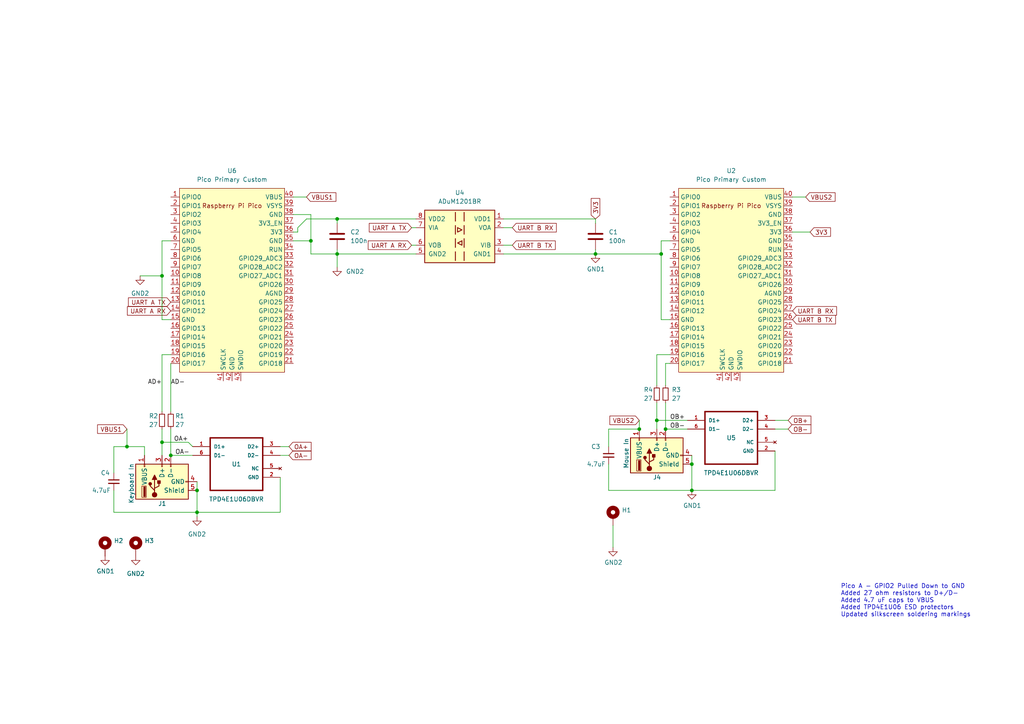
<source format=kicad_sch>
(kicad_sch (version 20231120) (generator "eeschema") (generator_version "8.0")
  (paper "A4")
  (title_block (title "DeskHop - Fast Keyboard/Mouse Switching Device") (date "2024-01-11") (rev "v1.1") (company "Hrvoje Čavrak"))
  (lib_symbols
    (symbol "Connector:USB_A" (pin_names (offset 1.016))
      (property "Reference" "J" (at -5.08 11.43 0))
      (property "Value" "USB_A" (at -5.08 8.89 0))
      (symbol "USB_A_0_1"
        (rectangle (start -5.08 -7.62) (end 5.08 7.62) (stroke (width 0.254)) (fill (type background)))
        (circle (center -3.81 2.159) (radius 0.635) (stroke (width 0.254)) (fill (type outline)))
        (rectangle (start -1.524 4.826) (end -4.318 5.334) (fill (type outline)))
        (rectangle (start -1.27 4.572) (end -4.572 5.842))
        (circle (center -0.635 3.429) (radius 0.381) (stroke (width 0.254)) (fill (type outline)))
        (rectangle (start -0.127 -7.62) (end 0.127 -6.858))
        (polyline (pts (xy -3.175 2.159) (xy -2.54 2.159) (xy -1.27 3.429) (xy -0.635 3.429)) (stroke (width 0.254)))
        (polyline (pts (xy -2.54 2.159) (xy -1.905 2.159) (xy -1.27 0.889) (xy 0 0.889)) (stroke (width 0.254)))
        (polyline (pts (xy 0.635 2.794) (xy 0.635 1.524) (xy 1.905 2.159) (xy 0.635 2.794)) (stroke (width 0.254)) (fill (type outline)))
        (rectangle (start 0.254 1.27) (end -0.508 0.508) (stroke (width 0.254)) (fill (type outline)))
        (rectangle (start 5.08 -2.667) (end 4.318 -2.413))
        (rectangle (start 5.08 -0.127) (end 4.318 0.127))
        (rectangle (start 5.08 4.953) (end 4.318 5.207))
      )
      (symbol "USB_A_1_1"
        (polyline (pts (xy -1.905 2.159) (xy 0.635 2.159)) (stroke (width 0.254)))
        (pin power_in line (at 7.62 5.08 180) (length 2.54) (name "VBUS") (number "1"))
        (pin bidirectional line (at 7.62 -2.54 180) (length 2.54) (name "D-") (number "2"))
        (pin bidirectional line (at 7.62 0 180) (length 2.54) (name "D+") (number "3"))
        (pin power_in line (at 0 -10.16 90) (length 2.54) (name "GND") (number "4"))
        (pin passive line (at -2.54 -10.16 90) (length 2.54) (name "Shield") (number "5"))
      )
    )
    (symbol "Custom:Pico"
      (property "Reference" "U1" (at 0 30.861 0))
      (property "Value" "Pico Primary Custom" (at 0 28.5496 0))
      (symbol "Pico_0_0"
        (text "Raspberry Pi Pico" (at 0 21.59 0) (effects (font (size 1.27 1.27))))
      )
      (symbol "Pico_0_1"
        (rectangle (start -15.24 26.67) (end 15.24 -26.67) (fill (type background)))
      )
      (symbol "Pico_1_1"
        (pin bidirectional line (at -17.78 24.13 0) (length 2.54) (name "GPIO0") (number "1"))
        (pin bidirectional line (at -17.78 1.27 0) (length 2.54) (name "GPIO8") (number "10"))
        (pin bidirectional line (at -17.78 -1.27 0) (length 2.54) (name "GPIO9") (number "11"))
        (pin bidirectional line (at -17.78 -3.81 0) (length 2.54) (name "GPIO10") (number "12"))
        (pin power_in line (at -17.78 -6.35 0) (length 2.54) (name "GPIO11") (number "13"))
        (pin bidirectional line (at -17.78 -8.89 0) (length 2.54) (name "GPIO12") (number "14"))
        (pin power_in line (at -17.78 -11.43 0) (length 2.54) (name "GND") (number "15"))
        (pin bidirectional line (at -17.78 -13.97 0) (length 2.54) (name "GPIO13") (number "16"))
        (pin bidirectional line (at -17.78 -16.51 0) (length 2.54) (name "GPIO14") (number "17"))
        (pin bidirectional line (at -17.78 -19.05 0) (length 2.54) (name "GPIO15") (number "18"))
        (pin bidirectional line (at -17.78 -21.59 0) (length 2.54) (name "GPIO16") (number "19"))
        (pin bidirectional line (at -17.78 21.59 0) (length 2.54) (name "GPIO1") (number "2"))
        (pin bidirectional line (at -17.78 -24.13 0) (length 2.54) (name "GPIO17") (number "20"))
        (pin bidirectional line (at 17.78 -24.13 180) (length 2.54) (name "GPIO18") (number "21"))
        (pin bidirectional line (at 17.78 -21.59 180) (length 2.54) (name "GPIO19") (number "22"))
        (pin bidirectional line (at 17.78 -19.05 180) (length 2.54) (name "GPIO20") (number "23"))
        (pin bidirectional line (at 17.78 -16.51 180) (length 2.54) (name "GPIO21") (number "24"))
        (pin bidirectional line (at 17.78 -13.97 180) (length 2.54) (name "GPIO22") (number "25"))
        (pin bidirectional line (at 17.78 -11.43 180) (length 2.54) (name "GPIO23") (number "26"))
        (pin bidirectional line (at 17.78 -8.89 180) (length 2.54) (name "GPIO24") (number "27"))
        (pin power_in line (at 17.78 -6.35 180) (length 2.54) (name "GPIO25") (number "28"))
        (pin power_in line (at 17.78 -3.81 180) (length 2.54) (name "AGND") (number "29"))
        (pin bidirectional line (at -17.78 19.05 0) (length 2.54) (name "GPIO2") (number "3"))
        (pin bidirectional line (at 17.78 -1.27 180) (length 2.54) (name "GPIO26") (number "30"))
        (pin bidirectional line (at 17.78 1.27 180) (length 2.54) (name "GPIO27_ADC1") (number "31"))
        (pin bidirectional line (at 17.78 3.81 180) (length 2.54) (name "GPIO28_ADC2") (number "32"))
        (pin bidirectional line (at 17.78 6.35 180) (length 2.54) (name "GPIO29_ADC3") (number "33"))
        (pin input line (at 17.78 8.89 180) (length 2.54) (name "RUN") (number "34"))
        (pin power_in line (at 17.78 11.43 180) (length 2.54) (name "GND") (number "35"))
        (pin power_in line (at 17.78 13.97 180) (length 2.54) (name "3V3") (number "36"))
        (pin input line (at 17.78 16.51 180) (length 2.54) (name "3V3_EN") (number "37"))
        (pin power_in line (at 17.78 19.05 180) (length 2.54) (name "GND") (number "38"))
        (pin power_in line (at 17.78 21.59 180) (length 2.54) (name "VSYS") (number "39"))
        (pin bidirectional line (at -17.78 16.51 0) (length 2.54) (name "GPIO3") (number "4"))
        (pin power_in line (at 17.78 24.13 180) (length 2.54) (name "VBUS") (number "40"))
        (pin input line (at -2.54 -29.21 90) (length 2.54) (name "SWCLK") (number "41"))
        (pin power_in line (at 0 -29.21 90) (length 2.54) (name "GND") (number "42"))
        (pin bidirectional line (at 2.54 -29.21 90) (length 2.54) (name "SWDIO") (number "43"))
        (pin bidirectional line (at -17.78 13.97 0) (length 2.54) (name "GPIO4") (number "5"))
        (pin power_in line (at -17.78 11.43 0) (length 2.54) (name "GND") (number "6"))
        (pin bidirectional line (at -17.78 8.89 0) (length 2.54) (name "GPIO5") (number "7"))
        (pin bidirectional line (at -17.78 6.35 0) (length 2.54) (name "GPIO6") (number "8"))
        (pin bidirectional line (at -17.78 3.81 0) (length 2.54) (name "GPIO7") (number "9"))
      )
    )
    (symbol "Device:C" (pin_numbers hide) (pin_names (offset 0.254))
      (property "Reference" "C" (at 0.635 2.54 0))
      (property "Value" "C" (at 0.635 -2.54 0))
      (symbol "C_0_1"
        (polyline (pts (xy -2.032 -0.762) (xy 2.032 -0.762)) (stroke (width 0.508)))
        (polyline (pts (xy -2.032 0.762) (xy 2.032 0.762)) (stroke (width 0.508)))
      )
      (symbol "C_1_1"
        (pin passive line (at 0 3.81 270) (length 2.794) (name "~") (number "1"))
        (pin passive line (at 0 -3.81 90) (length 2.794) (name "~") (number "2"))
      )
    )
    (symbol "Device:C_Small" (pin_numbers hide) (pin_names (offset 0.254) hide)
      (property "Reference" "C" (at 0.254 1.778 0))
      (property "Value" "C_Small" (at 0.254 -2.032 0))
      (symbol "C_Small_0_1"
        (polyline (pts (xy -1.524 -0.508) (xy 1.524 -0.508)) (stroke (width 0.3302)))
        (polyline (pts (xy -1.524 0.508) (xy 1.524 0.508)) (stroke (width 0.3048)))
      )
      (symbol "C_Small_1_1"
        (pin passive line (at 0 2.54 270) (length 2.032) (name "~") (number "1"))
        (pin passive line (at 0 -2.54 90) (length 2.032) (name "~") (number "2"))
      )
    )
    (symbol "Device:R_Small" (pin_numbers hide) (pin_names (offset 0.254) hide)
      (property "Reference" "R" (at 0.762 0.508 0))
      (property "Value" "R_Small" (at 0.762 -1.016 0))
      (symbol "R_Small_0_1"
        (rectangle (start -0.762 1.778) (end 0.762 -1.778) (stroke (width 0.2032)))
      )
      (symbol "R_Small_1_1"
        (pin passive line (at 0 2.54 270) (length 0.762) (name "~") (number "1"))
        (pin passive line (at 0 -2.54 90) (length 0.762) (name "~") (number "2"))
      )
    )
    (symbol "Isolator:ADuM1201BR" (pin_names (offset 1.016))
      (property "Reference" "U" (at -10.16 8.89 0))
      (property "Value" "ADuM1201BR" (at -2.032 8.89 0))
      (symbol "ADuM1201BR_0_1"
        (rectangle (start -10.16 7.62) (end 10.16 -7.62) (stroke (width 0.254)) (fill (type background)))
        (polyline (pts (xy -1.27 -4.445) (xy -1.27 -6.985)) (stroke (width 0.254)))
        (polyline (pts (xy -1.27 -0.635) (xy -1.27 -3.175)) (stroke (width 0.254)))
        (polyline (pts (xy -1.27 3.175) (xy -1.27 0.635)) (stroke (width 0.254)))
        (polyline (pts (xy -1.27 6.985) (xy -1.27 4.445)) (stroke (width 0.254)))
        (polyline (pts (xy 1.27 -4.445) (xy 1.27 -6.985)) (stroke (width 0.254)))
        (polyline (pts (xy 1.27 -0.635) (xy 1.27 -3.175)) (stroke (width 0.254)))
        (polyline (pts (xy 1.27 3.175) (xy 1.27 0.635)) (stroke (width 0.254)))
        (polyline (pts (xy 1.27 6.985) (xy 1.27 4.445)) (stroke (width 0.254)))
        (polyline (pts (xy -0.635 -1.27) (xy -0.635 -2.54) (xy 0.635 -1.905) (xy -0.635 -1.27)) (stroke (width 0.254)))
        (polyline (pts (xy 0.635 2.54) (xy 0.635 1.27) (xy -0.635 1.905) (xy 0.635 2.54)) (stroke (width 0.254)))
      )
      (symbol "ADuM1201BR_1_1"
        (pin power_in line (at -12.7 5.08 0) (length 2.54) (name "VDD1") (number "1"))
        (pin output line (at -12.7 2.54 0) (length 2.54) (name "VOA") (number "2"))
        (pin input line (at -12.7 -2.54 0) (length 2.54) (name "VIB") (number "3"))
        (pin power_in line (at -12.7 -5.08 0) (length 2.54) (name "GND1") (number "4"))
        (pin power_in line (at 12.7 -5.08 180) (length 2.54) (name "GND2") (number "5"))
        (pin output line (at 12.7 -2.54 180) (length 2.54) (name "VOB") (number "6"))
        (pin input line (at 12.7 2.54 180) (length 2.54) (name "VIA") (number "7"))
        (pin power_in line (at 12.7 5.08 180) (length 2.54) (name "VDD2") (number "8"))
      )
    )
    (symbol "Mechanical:MountingHole_Pad" (pin_numbers hide) (pin_names (offset 1.016) hide)
      (property "Reference" "H" (at 0 6.35 0))
      (property "Value" "MountingHole_Pad" (at 0 4.445 0))
      (symbol "MountingHole_Pad_0_1"
        (circle (center 0 1.27) (radius 1.27) (stroke (width 1.27)))
      )
      (symbol "MountingHole_Pad_1_1"
        (pin input line (at 0 -2.54 90) (length 2.54) (name "1") (number "1"))
      )
    )
    (symbol "TPD4E1U06DBVR_1" (pin_names (offset 1.016))
      (property "Reference" "U" (at -1.27 8.89 0))
      (property "Value" "TPD4E1U06DBVR" (at -7.62 -10.16 0))
      (symbol "TPD4E1U06DBVR_1_0_0"
        (polyline (pts (xy -7.62 -7.62) (xy -7.62 7.62)) (stroke (width 0.4064)))
        (polyline (pts (xy -7.62 7.62) (xy 7.62 7.62)) (stroke (width 0.4064)))
        (polyline (pts (xy 7.62 -7.62) (xy -7.62 -7.62)) (stroke (width 0.4064)))
        (polyline (pts (xy 7.62 7.62) (xy 7.62 -7.62)) (stroke (width 0.4064)))
        (pin bidirectional line (at -12.7 5.08 0) (length 5.08) (name "D1+") (number "1"))
        (pin power_in line (at 12.7 -3.81 180) (length 5.08) (name "GND") (number "2"))
        (pin bidirectional line (at 12.7 5.08 180) (length 5.08) (name "D2+") (number "3"))
        (pin bidirectional line (at 12.7 2.54 180) (length 5.08) (name "D2-") (number "4"))
        (pin no_connect line (at 12.7 -1.27 180) (length 5.08) (name "NC") (number "5"))
        (pin bidirectional line (at -12.7 2.54 0) (length 5.08) (name "D1-") (number "6"))
      )
    )
    (symbol "power:GND" (power) (pin_names (offset 0))
      (property "Value" "GND" (at 0 -3.81 0))
      (symbol "GND_0_1"
        (polyline (pts (xy 0 0) (xy 0 -1.27) (xy 1.27 -1.27) (xy 0 -2.54) (xy -1.27 -1.27) (xy 0 -1.27)))
      )
      (symbol "GND_1_1"
        (pin power_in line (at 0 0 270) (length 0) hide (name "GND") (number "1"))
      )
    )
    (symbol "power:GND2" (power) (pin_names (offset 0))
      (property "Value" "GND2" (at 0 -3.81 0))
      (symbol "GND2_0_1"
        (polyline (pts (xy 0 0) (xy 0 -1.27) (xy 1.27 -1.27) (xy 0 -2.54) (xy -1.27 -1.27) (xy 0 -1.27)))
      )
      (symbol "GND2_1_1"
        (pin power_in line (at 0 0 270) (length 0) hide (name "GND2") (number "1"))
      )
    )
  )
  (junction (at 97.79 73.66))
  (junction (at 172.72 73.66))
  (junction (at 57.15 142.24))
  (junction (at 36.83 129.54))
  (junction (at 200.66 142.24))
  (junction (at 185.42 124.46))
  (junction (at 193.04 124.46))
  (junction (at 190.5 121.92))
  (junction (at 46.99 80.01))
  (junction (at 200.66 134.62))
  (junction (at 191.77 73.66))
  (junction (at 57.15 148.59))
  (junction (at 90.17 69.85))
  (junction (at 49.53 132.08))
  (junction (at 97.79 63.5))
  (junction (at 46.99 128.27))
  (wire (pts (xy 90.17 62.23) (xy 90.17 69.85)))
  (wire (pts (xy 57.15 148.59) (xy 81.28 148.59)))
  (wire (pts (xy 81.28 129.54) (xy 83.82 129.54)))
  (wire (pts (xy 176.53 124.46) (xy 176.53 129.54)))
  (wire (pts (xy 146.05 66.04) (xy 148.59 66.04)))
  (wire (pts (xy 49.53 124.46) (xy 49.53 132.08)))
  (wire (pts (xy 177.8 152.4) (xy 177.8 158.75)))
  (wire (pts (xy 85.09 57.15) (xy 88.9 57.15)))
  (wire (pts (xy 146.05 73.66) (xy 172.72 73.66)))
  (wire (pts (xy 233.68 57.15) (xy 229.87 57.15)))
  (wire (pts (xy 57.15 139.7) (xy 57.15 142.24)))
  (wire (pts (xy 191.77 73.66) (xy 191.77 92.71)))
  (wire (pts (xy 46.99 69.85) (xy 49.53 69.85)))
  (wire (pts (xy 146.05 63.5) (xy 172.72 63.5)))
  (wire (pts (xy 191.77 69.85) (xy 191.77 73.66)))
  (wire (pts (xy 190.5 102.87) (xy 190.5 111.76)))
  (wire (pts (xy 57.15 142.24) (xy 57.15 148.59)))
  (wire (pts (xy 172.72 72.39) (xy 172.72 73.66)))
  (wire (pts (xy 86.36 67.31) (xy 86.36 66.04)))
  (wire (pts (xy 190.5 121.92) (xy 190.5 124.46)))
  (wire (pts (xy 88.9 63.5) (xy 97.79 63.5)))
  (wire (pts (xy 190.5 102.87) (xy 194.31 102.87)))
  (wire (pts (xy 193.04 116.84) (xy 193.04 124.46)))
  (wire (pts (xy 190.5 116.84) (xy 190.5 121.92)))
  (wire (pts (xy 90.17 73.66) (xy 97.79 73.66)))
  (wire (pts (xy 224.79 124.46) (xy 228.6 124.46)))
  (wire (pts (xy 40.64 80.01) (xy 46.99 80.01)))
  (wire (pts (xy 36.83 129.54) (xy 41.91 129.54)))
  (wire (pts (xy 200.66 132.08) (xy 200.66 134.62)))
  (wire (pts (xy 224.79 130.81) (xy 224.79 142.24)))
  (wire (pts (xy 41.91 129.54) (xy 41.91 132.08)))
  (wire (pts (xy 90.17 69.85) (xy 90.17 73.66)))
  (wire (pts (xy 46.99 128.27) (xy 54.61 128.27)))
  (wire (pts (xy 146.05 71.12) (xy 148.59 71.12)))
  (wire (pts (xy 97.79 63.5) (xy 120.65 63.5)))
  (wire (pts (xy 85.09 69.85) (xy 90.17 69.85)))
  (wire (pts (xy 191.77 69.85) (xy 194.31 69.85)))
  (wire (pts (xy 49.53 105.41) (xy 49.53 119.38)))
  (wire (pts (xy 33.02 129.54) (xy 33.02 137.16)))
  (wire (pts (xy 33.02 148.59) (xy 57.15 148.59)))
  (wire (pts (xy 193.04 105.41) (xy 194.31 105.41)))
  (wire (pts (xy 46.99 102.87) (xy 49.53 102.87)))
  (wire (pts (xy 200.66 134.62) (xy 200.66 142.24)))
  (wire (pts (xy 46.99 92.71) (xy 49.53 92.71)))
  (wire (pts (xy 81.28 138.43) (xy 81.28 148.59)))
  (wire (pts (xy 97.79 72.39) (xy 97.79 73.66)))
  (wire (pts (xy 234.95 67.31) (xy 229.87 67.31)))
  (wire (pts (xy 85.09 62.23) (xy 90.17 62.23)))
  (wire (pts (xy 119.38 66.04) (xy 120.65 66.04)))
  (wire (pts (xy 46.99 80.01) (xy 46.99 92.71)))
  (wire (pts (xy 46.99 102.87) (xy 46.99 119.38)))
  (wire (pts (xy 176.53 142.24) (xy 200.66 142.24)))
  (wire (pts (xy 46.99 124.46) (xy 46.99 128.27)))
  (wire (pts (xy 191.77 92.71) (xy 194.31 92.71)))
  (wire (pts (xy 176.53 134.62) (xy 176.53 142.24)))
  (wire (pts (xy 46.99 69.85) (xy 46.99 80.01)))
  (wire (pts (xy 190.5 121.92) (xy 199.39 121.92)))
  (wire (pts (xy 54.61 128.27) (xy 55.88 129.54)))
  (wire (pts (xy 185.42 121.92) (xy 185.42 124.46)))
  (wire (pts (xy 176.53 124.46) (xy 185.42 124.46)))
  (wire (pts (xy 36.83 124.46) (xy 36.83 129.54)))
  (wire (pts (xy 49.53 132.08) (xy 55.88 132.08)))
  (wire (pts (xy 33.02 129.54) (xy 36.83 129.54)))
  (wire (pts (xy 97.79 73.66) (xy 97.79 77.47)))
  (wire (pts (xy 57.15 148.59) (xy 57.15 149.86)))
  (wire (pts (xy 81.28 132.08) (xy 83.82 132.08)))
  (wire (pts (xy 86.36 66.04) (xy 88.9 63.5)))
  (wire (pts (xy 97.79 63.5) (xy 97.79 64.77)))
  (wire (pts (xy 224.79 121.92) (xy 228.6 121.92)))
  (wire (pts (xy 97.79 73.66) (xy 120.65 73.66)))
  (wire (pts (xy 193.04 124.46) (xy 199.39 124.46)))
  (wire (pts (xy 85.09 67.31) (xy 86.36 67.31)))
  (wire (pts (xy 193.04 105.41) (xy 193.04 111.76)))
  (wire (pts (xy 172.72 73.66) (xy 191.77 73.66)))
  (wire (pts (xy 33.02 142.24) (xy 33.02 148.59)))
  (wire (pts (xy 46.99 128.27) (xy 46.99 132.08)))
  (wire (pts (xy 119.38 71.12) (xy 120.65 71.12)))
  (wire (pts (xy 172.72 63.5) (xy 172.72 64.77)))
  (wire (pts (xy 200.66 142.24) (xy 224.79 142.24)))
  (text "Pico A - GPIO2 Pulled Down to GND\nAdded 27 ohm resistors to D+/D-\nAdded 4.7 uF caps to VBUS\nAdded TPD4E1U06 ESD protectors\nUpdated silkscreen soldering markings" (at 243.84 179.07 0) (effects (font (size 1.27 1.27)) (justify left bottom)))
  (label "OB-" (at 194.31 124.46 0))
  (label "OA+" (at 54.61 128.27 180))
  (label "OA-" (at 50.8 132.08 0))
  (label "AD+" (at 46.99 111.76 180))
  (label "OB+" (at 194.31 121.92 0))
  (label "AD-" (at 49.53 111.76 0))
  (global_label "OB+" (shape input) (at 228.6 121.92 0) (property "Intersheetrefs" "${INTERSHEET_REFS}" (effects (hide yes))))
  (global_label "OA-" (shape input) (at 83.82 132.08 0) (property "Intersheetrefs" "${INTERSHEET_REFS}" (effects (hide yes))))
  (global_label "UART B RX" (shape input) (at 229.87 90.17 0) (property "Intersheetrefs" "${INTERSHEET_REFS}" (effects (hide yes))))
  (global_label "3V3" (shape input) (at 234.95 67.31 0) (property "Intersheetrefs" "${INTERSHEET_REFS}" (effects (hide yes))))
  (global_label "VBUS2" (shape input) (at 233.68 57.15 0) (property "Intersheetrefs" "${INTERSHEET_REFS}" (effects (hide yes))))
  (global_label "UART B RX" (shape input) (at 148.59 66.04 0) (property "Intersheetrefs" "${INTERSHEET_REFS}" (effects (hide yes))))
  (global_label "OB-" (shape input) (at 228.6 124.46 0) (property "Intersheetrefs" "${INTERSHEET_REFS}" (effects (hide yes))))
  (global_label "UART A RX" (shape input) (at 49.53 90.17 180) (property "Intersheetrefs" "${INTERSHEET_REFS}" (effects (hide yes))))
  (global_label "3V3" (shape input) (at 172.72 63.5 90) (property "Intersheetrefs" "${INTERSHEET_REFS}" (effects (hide yes))))
  (global_label "UART A TX" (shape input) (at 119.38 66.04 180) (property "Intersheetrefs" "${INTERSHEET_REFS}" (effects (hide yes))))
  (global_label "UART B TX" (shape input) (at 148.59 71.12 0) (property "Intersheetrefs" "${INTERSHEET_REFS}" (effects (hide yes))))
  (global_label "UART A RX" (shape input) (at 119.38 71.12 180) (property "Intersheetrefs" "${INTERSHEET_REFS}" (effects (hide yes))))
  (global_label "VBUS2" (shape input) (at 185.42 121.92 180) (property "Intersheetrefs" "${INTERSHEET_REFS}" (effects (hide yes))))
  (global_label "VBUS1" (shape input) (at 88.9 57.15 0) (property "Intersheetrefs" "${INTERSHEET_REFS}" (effects (hide yes))))
  (global_label "UART B TX" (shape input) (at 229.87 92.71 0) (property "Intersheetrefs" "${INTERSHEET_REFS}" (effects (hide yes))))
  (global_label "OA+" (shape input) (at 83.82 129.54 0) (property "Intersheetrefs" "${INTERSHEET_REFS}" (effects (hide yes))))
  (global_label "VBUS1" (shape input) (at 36.83 124.46 180) (property "Intersheetrefs" "${INTERSHEET_REFS}" (effects (hide yes))))
  (global_label "UART A TX" (shape input) (at 49.53 87.63 180) (property "Intersheetrefs" "${INTERSHEET_REFS}" (effects (hide yes))))
  (symbol (lib_id "Mechanical:MountingHole_Pad") (at 177.8 149.86 0) (unit 1)
    (property "Reference" "H1" (at 180.34 147.955 0) (effects (justify left)))
    (property "Value" "MountingHole_Pad" (effects (hide yes)))
    (property "Footprint" "MountingHole:MountingHole_2.7mm_M2.5_Pad_TopBottom" (effects (hide yes)))
  )
  (symbol (lib_id "Connector:USB_A") (at 46.99 139.7 90) (unit 1)
    (property "Reference" "J1" (at 48.26 146.05 90) (effects (justify left)))
    (property "Value" "Keyboard In" (at 38.1 146.05 0) (effects (justify left)))
    (property "Footprint" "Connector_USB:USB_A_Molex_67643_Horizontal" (effects (hide yes)))
    (property "Datasheet" " ~" (effects (hide yes)))
  )
  (symbol (lib_id "Mechanical:MountingHole_Pad") (at 30.48 158.75 0) (unit 1)
    (property "Reference" "H2" (at 33.02 156.845 0) (effects (justify left)))
    (property "Value" "MountingHole_Pad" (effects (hide yes)))
    (property "Footprint" "MountingHole:MountingHole_2.7mm_M2.5_Pad_TopBottom" (effects (hide yes)))
  )
  (symbol (lib_id "Isolator:ADuM1201BR") (at 133.35 68.58 0) (mirror y) (unit 1)
    (property "Reference" "U4" (at 133.35 55.88 0))
    (property "Value" "ADuM1201BR" (at 133.35 58.42 0))
    (property "Footprint" "Package_SO:SOIC-8_3.9x4.9mm_P1.27mm" (effects (hide yes)))
    (property "Datasheet" "https://www.analog.com/static/imported-files/data_sheets/ADuM1200_1201.pdf" (effects (hide yes)))
  )
  (symbol (lib_id "Custom:Pico") (at 212.09 81.28 0) (unit 1)
    (property "Reference" "U2" (at 212.09 49.53 0))
    (property "Value" "Pico Primary Custom" (at 212.09 52.07 0))
    (property "Footprint" "RP2040:RPi_Pico_USBC_CUSTOM_SMD_TH" (effects (hide yes)))
  )
  (symbol (lib_id "Custom:Pico") (at 67.31 81.28 0) (unit 1)
    (property "Reference" "U6" (at 67.31 49.53 0))
    (property "Value" "Pico Primary Custom" (at 67.31 52.07 0))
    (property "Footprint" "RP2040:RPi_Pico_USBC_CUSTOM_SMD_TH" (effects (hide yes)))
  )
  (symbol (lib_name "TPD4E1U06DBVR_1") (lib_id "TPD4E1U06DBVR:TPD4E1U06DBVR") (at 212.09 127 0) (unit 1)
    (property "Reference" "U5" (at 212.09 127 0))
    (property "Value" "TPD4E1U06DBVR" (at 212.09 137.16 0))
    (property "Footprint" "Customs:DBV6_TEX" (effects (hide yes)))
    (property "Datasheet" "SOT-23-6 Texas Instruments" (effects (hide yes)))
  )
  (symbol (lib_id "Device:R_Small") (at 193.04 114.3 0) (unit 1)
    (property "Reference" "R3" (at 194.818 113.03 0) (effects (justify left)))
    (property "Value" "27" (at 194.818 115.57 0) (effects (justify left)))
    (property "Footprint" "Resistor_SMD:R_1206_3216Metric_Pad1.30x1.75mm_HandSolder" (effects (hide yes)))
  )
  (symbol (lib_id "Device:C") (at 97.79 68.58 0) (unit 1)
    (property "Reference" "C2" (at 101.6 67.31 0) (effects (justify left)))
    (property "Value" "100n" (at 101.6 69.85 0) (effects (justify left)))
    (property "Footprint" "Capacitor_SMD:C_1206_3216Metric_Pad1.33x1.80mm_HandSolder" (effects (hide yes)))
  )
  (symbol (lib_id "power:GND") (at 30.48 161.29 0) (unit 1)
    (property "Reference" "#PWR07" (effects (hide yes)))
    (property "Value" "GND1" (at 30.607 165.6842 0))
  )
  (symbol (lib_id "Device:C") (at 172.72 68.58 0) (unit 1)
    (property "Reference" "C1" (at 176.53 67.31 0) (effects (justify left)))
    (property "Value" "100n" (at 176.53 69.85 0) (effects (justify left)))
    (property "Footprint" "Capacitor_SMD:C_1206_3216Metric_Pad1.33x1.80mm_HandSolder" (effects (hide yes)))
  )
  (symbol (lib_id "Mechanical:MountingHole_Pad") (at 39.37 158.75 0) (unit 1)
    (property "Reference" "H3" (at 41.91 156.845 0) (effects (justify left)))
    (property "Value" "MountingHole_Pad" (effects (hide yes)))
    (property "Footprint" "MountingHole:MountingHole_2.7mm_M2.5_Pad_TopBottom" (effects (hide yes)))
  )
  (symbol (lib_id "Device:R_Small") (at 49.53 121.92 0) (unit 1)
    (property "Reference" "R1" (at 50.8 120.65 0) (effects (justify left)))
    (property "Value" "27" (at 50.8 123.19 0) (effects (justify left)))
    (property "Footprint" "Resistor_SMD:R_1206_3216Metric_Pad1.30x1.75mm_HandSolder" (effects (hide yes)))
  )
  (symbol (lib_id "power:GND2") (at 40.64 80.01 0) (unit 1)
    (property "Reference" "#PWR06" (effects (hide yes)))
    (property "Value" "GND2" (at 40.64 85.09 0))
  )
  (symbol (lib_id "Device:C_Small") (at 33.02 139.7 0) (unit 1)
    (property "Reference" "C4" (at 29.21 137.16 0) (effects (justify left)))
    (property "Value" "4.7uF" (at 26.67 142.24 0) (effects (justify left)))
    (property "Footprint" "Capacitor_SMD:C_1206_3216Metric_Pad1.33x1.80mm_HandSolder" (effects (hide yes)))
  )
  (symbol (lib_id "Device:R_Small") (at 46.99 121.92 0) (unit 1)
    (property "Reference" "R2" (at 43.18 120.65 0) (effects (justify left)))
    (property "Value" "27" (at 43.18 123.19 0) (effects (justify left)))
    (property "Footprint" "Resistor_SMD:R_1206_3216Metric_Pad1.30x1.75mm_HandSolder" (effects (hide yes)))
  )
  (symbol (lib_name "TPD4E1U06DBVR_1") (lib_id "TPD4E1U06DBVR:TPD4E1U06DBVR") (at 68.58 134.62 0) (unit 1)
    (property "Reference" "U1" (at 68.58 134.62 0))
    (property "Value" "TPD4E1U06DBVR" (at 68.58 144.78 0))
    (property "Footprint" "Customs:DBV6_TEX" (effects (hide yes)))
    (property "Datasheet" "SOT-23-6 Texas Instruments" (effects (hide yes)))
  )
  (symbol (lib_id "power:GND2") (at 57.15 149.86 0) (mirror y) (unit 1)
    (property "Reference" "#PWR08" (effects (hide yes)))
    (property "Value" "GND2" (at 57.15 154.94 0))
  )
  (symbol (lib_id "Device:R_Small") (at 190.5 114.3 0) (unit 1)
    (property "Reference" "R4" (at 186.69 113.03 0) (effects (justify left)))
    (property "Value" "27" (at 186.69 115.57 0) (effects (justify left)))
    (property "Footprint" "Resistor_SMD:R_1206_3216Metric_Pad1.30x1.75mm_HandSolder" (effects (hide yes)))
  )
  (symbol (lib_id "power:GND") (at 177.8 158.75 0) (unit 1)
    (property "Reference" "#PWR02" (effects (hide yes)))
    (property "Value" "GND2" (at 177.927 163.1442 0))
  )
  (symbol (lib_id "Device:C_Small") (at 176.53 132.08 0) (unit 1)
    (property "Reference" "C3" (at 171.45 129.54 0) (effects (justify left)))
    (property "Value" "4.7uF" (at 170.18 134.62 0) (effects (justify left)))
    (property "Footprint" "Capacitor_SMD:C_1206_3216Metric_Pad1.33x1.80mm_HandSolder" (effects (hide yes)))
  )
  (symbol (lib_id "power:GND") (at 172.72 73.66 0) (unit 1)
    (property "Reference" "#PWR01" (effects (hide yes)))
    (property "Value" "GND1" (at 172.847 78.0542 0))
  )
  (symbol (lib_id "power:GND2") (at 97.79 77.47 0) (unit 1)
    (property "Reference" "#PWR05" (effects (hide yes)))
    (property "Value" "GND2" (at 100.33 78.7399 0) (effects (justify left)))
  )
  (symbol (lib_id "power:GND2") (at 39.37 161.29 0) (mirror y) (unit 1)
    (property "Reference" "#PWR03" (effects (hide yes)))
    (property "Value" "GND2" (at 39.37 166.37 0))
  )
  (symbol (lib_id "power:GND") (at 200.66 142.24 0) (unit 1)
    (property "Reference" "#PWR04" (effects (hide yes)))
    (property "Value" "GND1" (at 200.787 146.6342 0))
  )
  (symbol (lib_id "Connector:USB_A") (at 190.5 132.08 90) (unit 1)
    (property "Reference" "J4" (at 191.77 138.43 90) (effects (justify left)))
    (property "Value" "Mouse In" (at 181.61 135.89 0) (effects (justify left)))
    (property "Footprint" "Connector_USB:USB_A_Molex_67643_Horizontal" (effects (hide yes)))
    (property "Datasheet" " ~" (effects (hide yes)))
  )
)
</source>
